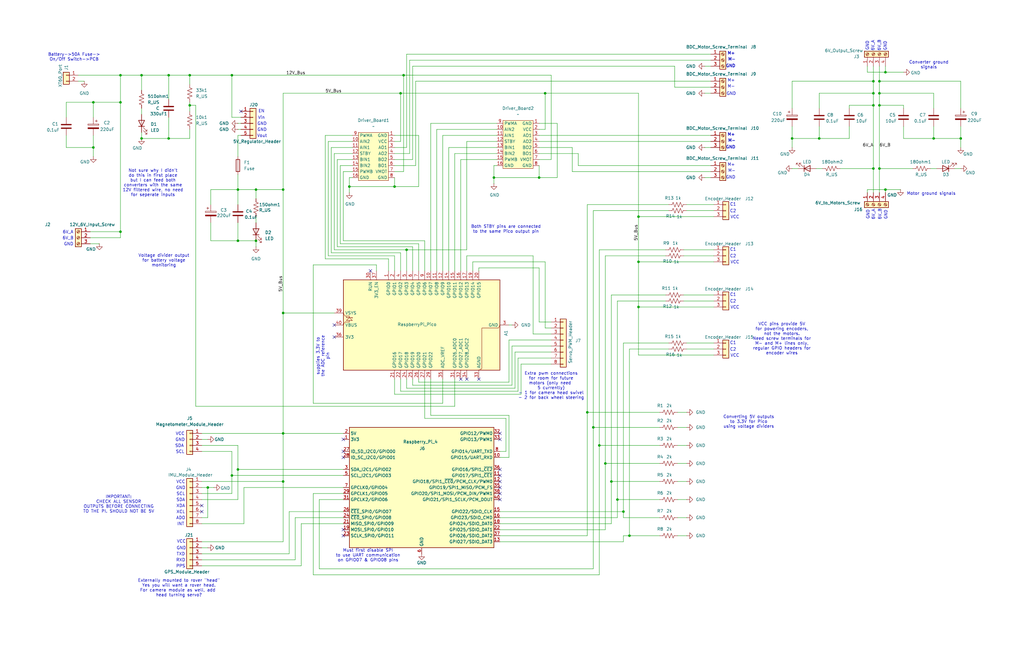
<source format=kicad_sch>
(kicad_sch (version 20250114) (generator "eeschema") (generator_version "9.0")
  (paper "USLedger")
  (text "C1\n" (at 309.118 86.36 0) (effects (font (size 1.27 1.27))))
  (text "GND\n" (at 308.102 27.94 0) (effects (font (size 1.27 1.27))))
  (text "INT" (at 76.2 221.234 0) (effects (font (size 1.27 1.27))))
  (text "Externally mounted to rover \"head\"\nYes you will want a rover head.\nFor camera module as well, add \nhead turning servo?" (at 75.438 248.158 0) (effects (font (size 1.27 1.27))))
  (text "VCC" (at 309.88 129.794 0) (effects (font (size 1.27 1.27))))
  (text "GND\n" (at 308.356 39.624 0) (effects (font (size 1.27 1.27))))
  (text "GND\n" (at 308.102 27.94 0) (effects (font (size 1.27 1.27))))
  (text "M-\n" (at 308.61 59.436 0) (effects (font (size 1.27 1.27))))
  (text "6V_A" (at 28.702 98.044 0) (effects (font (size 1.27 1.27))))
  (text "GND" (at 373.5271 90.6839 90) (effects (font (size 1.27 1.27))))
  (text "Vin" (at 110.236 49.784 0) (effects (font (size 1.27 1.27))))
  (text "Motor ground signals" (at 392.684 81.788 0) (effects (font (size 1.27 1.27))))
  (text "GND\n" (at 308.102 74.93 0) (effects (font (size 1.27 1.27))))
  (text "6V_B" (at 371.005 90.4772 90) (effects (font (size 1.27 1.27))))
  (text "6V_A" (at 368.3 90.551 90) (effects (font (size 1.27 1.27))))
  (text "C1\n" (at 309.118 124.46 0) (effects (font (size 1.27 1.27))))
  (text "SDA" (at 76.2 211.074 0) (effects (font (size 1.27 1.27))))
  (text "6V_A" (at 368.046 19.304 90) (effects (font (size 1.27 1.27))))
  (text "GND\n" (at 308.102 62.23 0) (effects (font (size 1.27 1.27))))
  (text "GND" (at 76.454 231.394 0) (effects (font (size 1.27 1.27))))
  (text "C2\n\n" (at 309.118 90.17 0) (effects (font (size 1.27 1.27))))
  (text "SCL" (at 76.2 208.534 0) (effects (font (size 1.27 1.27))))
  (text "M+" (at 308.356 22.606 0) (effects (font (size 1.27 1.27))))
  (text "Converter ground\nsignals" (at 391.668 27.432 0) (effects (font (size 1.27 1.27))))
  (text "VCC" (at 76.2 203.454 0) (effects (font (size 1.27 1.27))))
  (text "VCC" (at 76.454 228.6 0) (effects (font (size 1.27 1.27))))
  (text "M+" (at 308.356 22.606 0) (effects (font (size 1.27 1.27))))
  (text "supplies 3.3V to\nthe ADC reference\npin" (at 136.144 150.368 90) (effects (font (size 1.27 1.27))))
  (text "TXD" (at 76.2 233.934 0) (effects (font (size 1.27 1.27))))
  (text "C2\n\n" (at 309.118 109.22 0) (effects (font (size 1.27 1.27))))
  (text "VCC" (at 309.88 91.694 0) (effects (font (size 1.27 1.27))))
  (text "Voltage divider output\nfor battery voltage\nmonitoring" (at 69.088 109.982 0) (effects (font (size 1.27 1.27))))
  (text "SDA" (at 75.692 188.214 0) (effects (font (size 1.27 1.27))))
  (text "GND" (at 76.2 205.994 0) (effects (font (size 1.27 1.27))))
  (text "GND" (at 28.956 103.124 0) (effects (font (size 1.27 1.27))))
  (text "M+" (at 308.356 69.596 0) (effects (font (size 1.27 1.27))))
  (text "XCL" (at 76.2 216.154 0) (effects (font (size 1.27 1.27))))
  (text "M+" (at 308.356 56.896 0) (effects (font (size 1.27 1.27))))
  (text "Battery->50A Fuse->\nOn/Off Switch->PCB" (at 31.242 24.13 0) (effects (font (size 1.27 1.27))))
  (text "M-\n" (at 308.61 72.136 0) (effects (font (size 1.27 1.27))))
  (text "GND\n" (at 110.49 52.324 0) (effects (font (size 1.27 1.27))))
  (text "IMPORTANT:\nCHECK ALL SENSOR\nOUTPUTS BEFORE CONNECTING\nTO THE PI. SHOULD NOT BE 5V" (at 50.038 212.852 0) (effects (font (size 1.27 1.27))))
  (text "RXD" (at 76.2 236.474 0) (effects (font (size 1.27 1.27))))
  (text "M-\n" (at 308.61 59.436 0) (effects (font (size 1.27 1.27))))
  (text "GND" (at 110.49 54.864 0) (effects (font (size 1.27 1.27))))
  (text "VCC pins provide 5V\nfor powering encoders,\nnot the motors.\nNeed screw terminals for\nM- and M+ lines only,\nregular GPIO headers for\nencoder wires" (at 329.692 143.002 0) (effects (font (size 1.27 1.27))))
  (text "Vout" (at 110.49 57.404 0) (effects (font (size 1.27 1.27))))
  (text "M-\n" (at 308.61 25.146 0) (effects (font (size 1.27 1.27))))
  (text "GND" (at 75.946 185.674 0) (effects (font (size 1.27 1.27))))
  (text "VCC" (at 75.946 183.134 0) (effects (font (size 1.27 1.27))))
  (text "SCL" (at 75.946 190.754 0) (effects (font (size 1.27 1.27))))
  (text "PPS" (at 76.2 239.014 0) (effects (font (size 1.27 1.27))))
  (text "Both STBY pins are connected\nto the same Pico output pin" (at 213.36 96.774 0) (effects (font (size 1.27 1.27))))
  (text "EN" (at 110.236 46.99 0) (effects (font (size 1.27 1.27))))
  (text "GND\n" (at 308.102 62.23 0) (effects (font (size 1.27 1.27))))
  (text "C1\n" (at 309.118 144.78 0) (effects (font (size 1.27 1.27))))
  (text "C2\n\n" (at 309.118 148.59 0) (effects (font (size 1.27 1.27))))
  (text "Not sure why I didn't\ndo this in first place\nbut I can feed both\nconverters with the same\n12V filtered wire, no need\nfor seperate inputs" (at 64.516 77.216 0) (effects (font (size 1.27 1.27))))
  (text "GND" (at 373.2731 19.4369 90) (effects (font (size 1.27 1.27))))
  (text "6V_B" (at 28.702 100.584 0) (effects (font (size 1.27 1.27))))
  (text "VCC" (at 309.88 150.114 0) (effects (font (size 1.27 1.27))))
  (text "XDA" (at 76.2 213.614 0) (effects (font (size 1.27 1.27))))
  (text "C2\n\n" (at 309.118 128.27 0) (effects (font (size 1.27 1.27))))
  (text "M-\n" (at 308.61 25.146 0) (effects (font (size 1.27 1.27))))
  (text "C1\n" (at 309.118 105.41 0) (effects (font (size 1.27 1.27))))
  (text "M+" (at 308.356 56.896 0) (effects (font (size 1.27 1.27))))
  (text "GND" (at 365.76 19.304 90) (effects (font (size 1.27 1.27))))
  (text "GND" (at 366.014 90.551 90) (effects (font (size 1.27 1.27))))
  (text "Must first disable SPI\nto use UART communication\non GPIO07 & GPIO08 pins" (at 155.194 234.442 0) (effects (font (size 1.27 1.27))))
  (text "M-\n" (at 308.356 36.576 0) (effects (font (size 1.27 1.27))))
  (text "Extra pwm connections\nfor room for future\nmotors (only need \n5 currently)\n- 1 for camera head swivel\n- 2 for back wheel steering" (at 232.41 162.814 0) (effects (font (size 1.27 1.27))))
  (text "6V_B" (at 370.751 19.2302 90) (effects (font (size 1.27 1.27))))
  (text "M+" (at 308.356 34.036 0) (effects (font (size 1.27 1.27))))
  (text "VCC" (at 309.88 110.744 0) (effects (font (size 1.27 1.27))))
  (text "ADO" (at 76.2 218.694 0) (effects (font (size 1.27 1.27))))
  (text "Converting 5V outputs\nto 3.3V for Pico\nusing voltage dividers" (at 315.722 178.054 0) (effects (font (size 1.27 1.27))))
  (junction (at 170.18 31.75))
  (junction (at 269.24 110.49))
  (junction (at 39.37 62.23))
  (junction (at 229.87 39.37))
  (junction (at 405.13 58.42))
  (junction (at 370.84 71.12))
  (junction (at 80.01 44.45))
  (junction (at 345.44 58.42))
  (junction (at 119.38 80.01))
  (junction (at 100.33 101.6))
  (junction (at 107.95 80.01))
  (junction (at 257.81 203.2))
  (junction (at 59.69 31.75))
  (junction (at 97.79 31.75))
  (junction (at 393.7 58.42))
  (junction (at 80.01 31.75))
  (junction (at 227.33 74.93))
  (junction (at 252.73 187.96))
  (junction (at 87.63 205.74))
  (junction (at 269.24 129.54))
  (junction (at 171.45 105.41))
  (junction (at 71.12 58.42))
  (junction (at 59.69 58.42))
  (junction (at 168.91 39.37))
  (junction (at 255.27 195.58))
  (junction (at 260.35 210.82))
  (junction (at 100.33 198.12))
  (junction (at 373.38 30.48))
  (junction (at 368.3 39.37))
  (junction (at 368.3 44.45))
  (junction (at 119.38 132.08))
  (junction (at 370.84 39.37))
  (junction (at 147.32 78.74))
  (junction (at 334.01 58.42))
  (junction (at 50.8 43.18))
  (junction (at 107.95 101.6))
  (junction (at 119.38 203.2))
  (junction (at 368.3 71.12))
  (junction (at 50.8 31.75))
  (junction (at 39.37 43.18))
  (junction (at 250.19 180.34))
  (junction (at 370.84 44.45))
  (junction (at 100.33 80.01))
  (junction (at 208.28 74.93))
  (junction (at 373.38 80.01))
  (junction (at 247.65 173.99))
  (junction (at 262.89 215.9))
  (junction (at 370.84 34.29))
  (junction (at 368.3 34.29))
  (junction (at 71.12 31.75))
  (junction (at 119.38 182.88))
  (junction (at 269.24 91.44))
  (junction (at 97.79 200.66))
  (junction (at 50.8 97.79))
  (junction (at 166.37 78.74))
  (junction (at 265.43 226.06))
  (no_connect (at 85.09 213.36))
  (no_connect (at 144.78 223.52))
  (no_connect (at 210.82 205.74))
  (no_connect (at 201.93 160.02))
  (no_connect (at 156.21 114.3))
  (no_connect (at 210.82 185.42))
  (no_connect (at 194.31 160.02))
  (no_connect (at 85.09 215.9))
  (no_connect (at 144.78 185.42))
  (no_connect (at 210.82 203.2))
  (no_connect (at 140.97 137.16))
  (no_connect (at 144.78 193.04))
  (no_connect (at 210.82 200.66))
  (no_connect (at 140.97 142.24))
  (no_connect (at 144.78 226.06))
  (no_connect (at 210.82 210.82))
  (no_connect (at 144.78 190.5))
  (no_connect (at 196.85 160.02))
  (no_connect (at 210.82 198.12))
  (no_connect (at 210.82 208.28))
  (no_connect (at 101.6 46.99))
  (no_connect (at 210.82 182.88))
  (wire (pts (xy 334.01 71.12) (xy 336.55 71.12)))
  (wire (pts (xy 334.01 45.72) (xy 334.01 34.29)))
  (wire (pts (xy 50.8 31.75) (xy 59.69 31.75)))
  (wire (pts (xy 262.89 218.44) (xy 278.13 218.44)))
  (wire (pts (xy 88.9 93.98) (xy 88.9 101.6)))
  (wire (pts (xy 88.9 101.6) (xy 100.33 101.6)))
  (wire (pts (xy 265.43 147.32) (xy 265.43 226.06)))
  (wire (pts (xy 262.89 144.78) (xy 262.89 215.9)))
  (wire (pts (xy 227.33 113.03) (xy 227.33 135.89)))
  (wire (pts (xy 170.18 72.39) (xy 170.18 31.75)))
  (wire (pts (xy 107.95 83.82) (xy 107.95 80.01)))
  (wire (pts (xy 285.75 187.96) (xy 289.56 187.96)))
  (wire (pts (xy 255.27 223.52) (xy 210.82 223.52)))
  (wire (pts (xy 215.9 146.05) (xy 215.9 162.56)))
  (wire (pts (xy 137.16 57.15) (xy 137.16 109.22)))
  (wire (pts (xy 88.9 80.01) (xy 100.33 80.01)))
  (wire (pts (xy 189.23 114.3) (xy 189.23 62.23)))
  (wire (pts (xy 119.38 39.37) (xy 119.38 80.01)))
  (wire (pts (xy 255.27 107.95) (xy 280.67 107.95)))
  (wire (pts (xy 227.33 52.07) (xy 234.95 52.07)))
  (wire (pts (xy 232.41 148.59) (xy 217.17 148.59)))
  (wire (pts (xy 285.75 226.06) (xy 289.56 226.06)))
  (wire (pts (xy 255.27 195.58) (xy 255.27 223.52)))
  (wire (pts (xy 191.77 160.02) (xy 191.77 171.45)))
  (wire (pts (xy 209.55 54.61) (xy 184.15 54.61)))
  (wire (pts (xy 27.94 62.23) (xy 27.94 57.15)))
  (wire (pts (xy 358.14 44.45) (xy 368.3 44.45)))
  (wire (pts (xy 373.38 80.01) (xy 379.73 80.01)))
  (wire (pts (xy 334.01 53.34) (xy 334.01 58.42)))
  (wire (pts (xy 85.09 231.14) (xy 87.63 231.14)))
  (wire (pts (xy 334.01 34.29) (xy 368.3 34.29)))
  (wire (pts (xy 50.8 100.33) (xy 50.8 97.79)))
  (wire (pts (xy 285.75 218.44) (xy 289.56 218.44)))
  (wire (pts (xy 158.75 111.76) (xy 158.75 114.3)))
  (wire (pts (xy 358.14 58.42) (xy 345.44 58.42)))
  (wire (pts (xy 227.33 62.23) (xy 241.3 62.23)))
  (wire (pts (xy 368.3 27.94) (xy 368.3 34.29)))
  (wire (pts (xy 39.37 43.18) (xy 50.8 43.18)))
  (wire (pts (xy 196.85 114.3) (xy 196.85 107.95)))
  (wire (pts (xy 260.35 210.82) (xy 260.35 218.44)))
  (wire (pts (xy 144.78 72.39) (xy 144.78 101.6)))
  (wire (pts (xy 392.43 71.12) (xy 394.97 71.12)))
  (wire (pts (xy 100.33 73.66) (xy 100.33 80.01)))
  (wire (pts (xy 300.99 127) (xy 288.29 127)))
  (wire (pts (xy 71.12 49.53) (xy 71.12 58.42)))
  (wire (pts (xy 227.33 135.89) (xy 232.41 135.89)))
  (wire (pts (xy 405.13 71.12) (xy 402.59 71.12)))
  (wire (pts (xy 85.09 218.44) (xy 87.63 218.44)))
  (wire (pts (xy 199.39 110.49) (xy 229.87 110.49)))
  (wire (pts (xy 247.65 226.06) (xy 210.82 226.06)))
  (wire (pts (xy 100.33 57.15) (xy 100.33 66.04)))
  (wire (pts (xy 189.23 62.23) (xy 209.55 62.23)))
  (wire (pts (xy 247.65 173.99) (xy 278.13 173.99)))
  (wire (pts (xy 97.79 31.75) (xy 170.18 31.75)))
  (wire (pts (xy 100.33 101.6) (xy 107.95 101.6)))
  (wire (pts (xy 163.83 109.22) (xy 163.83 114.3)))
  (wire (pts (xy 368.3 71.12) (xy 354.33 71.12)))
  (wire (pts (xy 370.84 44.45) (xy 370.84 71.12)))
  (wire (pts (xy 405.13 45.72) (xy 405.13 34.29)))
  (wire (pts (xy 218.44 151.13) (xy 218.44 165.1)))
  (wire (pts (xy 80.01 35.56) (xy 80.01 31.75)))
  (wire (pts (xy 39.37 57.15) (xy 39.37 62.23)))
  (wire (pts (xy 171.45 22.86) (xy 171.45 62.23)))
  (wire (pts (xy 300.99 144.78) (xy 289.56 144.78)))
  (wire (pts (xy 201.93 114.3) (xy 201.93 113.03)))
  (wire (pts (xy 50.8 43.18) (xy 50.8 97.79)))
  (wire (pts (xy 119.38 132.08) (xy 119.38 182.88)))
  (wire (pts (xy 285.75 173.99) (xy 289.56 173.99)))
  (wire (pts (xy 373.38 30.48) (xy 373.38 27.94)))
  (wire (pts (xy 285.75 210.82) (xy 289.56 210.82)))
  (wire (pts (xy 147.32 78.74) (xy 147.32 81.28)))
  (wire (pts (xy 82.55 44.45) (xy 80.01 44.45)))
  (wire (pts (xy 97.79 208.28) (xy 97.79 200.66)))
  (wire (pts (xy 243.84 64.77) (xy 243.84 69.85)))
  (wire (pts (xy 85.09 233.68) (xy 121.92 233.68)))
  (wire (pts (xy 175.26 34.29) (xy 175.26 69.85)))
  (wire (pts (xy 262.89 226.06) (xy 262.89 228.6)))
  (wire (pts (xy 241.3 62.23) (xy 241.3 72.39)))
  (wire (pts (xy 39.37 49.53) (xy 39.37 43.18)))
  (wire (pts (xy 252.73 105.41) (xy 252.73 187.96)))
  (wire (pts (xy 299.72 25.4) (xy 172.72 25.4)))
  (wire (pts (xy 199.39 110.49) (xy 199.39 114.3)))
  (wire (pts (xy 370.84 27.94) (xy 370.84 34.29)))
  (wire (pts (xy 269.24 39.37) (xy 269.24 91.44)))
  (wire (pts (xy 100.33 80.01) (xy 107.95 80.01)))
  (wire (pts (xy 284.48 27.94) (xy 173.99 27.94)))
  (wire (pts (xy 82.55 171.45) (xy 82.55 44.45)))
  (wire (pts (xy 147.32 74.93) (xy 147.32 78.74)))
  (wire (pts (xy 300.99 88.9) (xy 289.56 88.9)))
  (wire (pts (xy 209.55 59.69) (xy 196.85 59.69)))
  (wire (pts (xy 148.59 69.85) (xy 143.51 69.85)))
  (wire (pts (xy 171.45 160.02) (xy 171.45 163.83)))
  (wire (pts (xy 27.94 62.23) (xy 39.37 62.23)))
  (wire (pts (xy 80.01 43.18) (xy 80.01 44.45)))
  (wire (pts (xy 229.87 39.37) (xy 269.24 39.37)))
  (wire (pts (xy 345.44 39.37) (xy 368.3 39.37)))
  (wire (pts (xy 85.09 187.96) (xy 100.33 187.96)))
  (wire (pts (xy 370.84 71.12) (xy 370.84 81.28)))
  (wire (pts (xy 87.63 218.44) (xy 87.63 205.74)))
  (wire (pts (xy 209.55 67.31) (xy 194.31 67.31)))
  (wire (pts (xy 85.09 190.5) (xy 97.79 190.5)))
  (wire (pts (xy 140.97 64.77) (xy 140.97 105.41)))
  (wire (pts (xy 173.99 162.56) (xy 173.99 160.02)))
  (wire (pts (xy 217.17 148.59) (xy 217.17 163.83)))
  (wire (pts (xy 196.85 59.69) (xy 196.85 105.41)))
  (wire (pts (xy 210.82 215.9) (xy 262.89 215.9)))
  (wire (pts (xy 173.99 104.14) (xy 173.99 114.3)))
  (wire (pts (xy 107.95 80.01) (xy 119.38 80.01)))
  (wire (pts (xy 27.94 49.53) (xy 27.94 43.18)))
  (wire (pts (xy 179.07 176.53) (xy 179.07 160.02)))
  (wire (pts (xy 393.7 58.42) (xy 405.13 58.42)))
  (wire (pts (xy 59.69 31.75) (xy 71.12 31.75)))
  (wire (pts (xy 257.81 220.98) (xy 210.82 220.98)))
  (wire (pts (xy 139.7 106.68) (xy 168.91 106.68)))
  (wire (pts (xy 97.79 31.75) (xy 97.79 49.53)))
  (wire (pts (xy 137.16 109.22) (xy 163.83 109.22)))
  (wire (pts (xy 260.35 127) (xy 260.35 210.82)))
  (wire (pts (xy 265.43 226.06) (xy 278.13 226.06)))
  (wire (pts (xy 373.38 80.01) (xy 373.38 81.28)))
  (wire (pts (xy 297.18 62.23) (xy 299.72 62.23)))
  (wire (pts (xy 59.69 58.42) (xy 71.12 58.42)))
  (wire (pts (xy 260.35 218.44) (xy 210.82 218.44)))
  (wire (pts (xy 208.28 69.85) (xy 208.28 74.93)))
  (wire (pts (xy 171.45 62.23) (xy 166.37 62.23)))
  (wire (pts (xy 346.71 71.12) (xy 344.17 71.12)))
  (wire (pts (xy 227.33 67.31) (xy 232.41 67.31)))
  (wire (pts (xy 148.59 67.31) (xy 142.24 67.31)))
  (wire (pts (xy 124.46 218.44) (xy 124.46 236.22)))
  (wire (pts (xy 59.69 31.75) (xy 59.69 38.1)))
  (wire (pts (xy 280.67 124.46) (xy 257.81 124.46)))
  (wire (pts (xy 214.63 143.51) (xy 232.41 143.51)))
  (wire (pts (xy 365.76 30.48) (xy 373.38 30.48)))
  (wire (pts (xy 132.08 111.76) (xy 158.75 111.76)))
  (wire (pts (xy 144.78 101.6) (xy 179.07 101.6)))
  (wire (pts (xy 71.12 31.75) (xy 80.01 31.75)))
  (wire (pts (xy 214.63 143.51) (xy 214.63 161.29)))
  (wire (pts (xy 227.33 54.61) (xy 229.87 54.61)))
  (wire (pts (xy 299.72 36.83) (xy 284.48 36.83)))
  (wire (pts (xy 345.44 58.42) (xy 345.44 53.34)))
  (wire (pts (xy 196.85 105.41) (xy 171.45 105.41)))
  (wire (pts (xy 166.37 59.69) (xy 168.91 59.69)))
  (wire (pts (xy 85.09 203.2) (xy 119.38 203.2)))
  (wire (pts (xy 179.07 101.6) (xy 179.07 114.3)))
  (wire (pts (xy 227.33 64.77) (xy 243.84 64.77)))
  (wire (pts (xy 234.95 74.93) (xy 227.33 74.93)))
  (wire (pts (xy 107.95 104.14) (xy 107.95 101.6)))
  (wire (pts (xy 142.24 104.14) (xy 173.99 104.14)))
  (wire (pts (xy 243.84 69.85) (xy 299.72 69.85)))
  (wire (pts (xy 119.38 203.2) (xy 119.38 228.6)))
  (wire (pts (xy 269.24 110.49) (xy 300.99 110.49)))
  (wire (pts (xy 227.33 59.69) (xy 299.72 59.69)))
  (wire (pts (xy 299.72 34.29) (xy 175.26 34.29)))
  (wire (pts (xy 393.7 39.37) (xy 370.84 39.37)))
  (wire (pts (xy 171.45 105.41) (xy 171.45 114.3)))
  (wire (pts (xy 209.55 69.85) (xy 208.28 69.85)))
  (wire (pts (xy 405.13 34.29) (xy 370.84 34.29)))
  (wire (pts (xy 345.44 45.72) (xy 345.44 39.37)))
  (wire (pts (xy 138.43 107.95) (xy 166.37 107.95)))
  (wire (pts (xy 241.3 72.39) (xy 299.72 72.39)))
  (wire (pts (xy 285.75 203.2) (xy 289.56 203.2)))
  (wire (pts (xy 132.08 242.57) (xy 132.08 208.28)))
  (wire (pts (xy 168.91 39.37) (xy 229.87 39.37)))
  (wire (pts (xy 297.18 74.93) (xy 299.72 74.93)))
  (wire (pts (xy 71.12 31.75) (xy 71.12 41.91)))
  (wire (pts (xy 132.08 208.28) (xy 144.78 208.28)))
  (wire (pts (xy 208.28 74.93) (xy 208.28 77.47)))
  (wire (pts (xy 100.33 52.07) (xy 101.6 52.07)))
  (wire (pts (xy 100.33 198.12) (xy 144.78 198.12)))
  (wire (pts (xy 121.92 233.68) (xy 121.92 215.9)))
  (wire (pts (xy 234.95 52.07) (xy 234.95 74.93)))
  (wire (pts (xy 85.09 182.88) (xy 119.38 182.88)))
  (wire (pts (xy 257.81 203.2) (xy 278.13 203.2)))
  (wire (pts (xy 269.24 129.54) (xy 300.99 129.54)))
  (wire (pts (xy 148.59 64.77) (xy 140.97 64.77)))
  (wire (pts (xy 194.31 67.31) (xy 194.31 114.3)))
  (wire (pts (xy 252.73 187.96) (xy 278.13 187.96)))
  (wire (pts (xy 227.33 74.93) (xy 208.28 74.93)))
  (wire (pts (xy 250.19 180.34) (xy 278.13 180.34)))
  (wire (pts (xy 176.53 57.15) (xy 176.53 78.74)))
  (wire (pts (xy 214.63 193.04) (xy 214.63 175.26)))
  (wire (pts (xy 85.09 210.82) (xy 100.33 210.82)))
  (wire (pts (xy 232.41 67.31) (xy 232.41 31.75)))
  (wire (pts (xy 393.7 58.42) (xy 393.7 53.34)))
  (wire (pts (xy 50.8 31.75) (xy 50.8 43.18)))
  (wire (pts (xy 269.24 149.86) (xy 269.24 129.54)))
  (wire (pts (xy 38.1 97.79) (xy 50.8 97.79)))
  (wire (pts (xy 229.87 138.43) (xy 232.41 138.43)))
  (wire (pts (xy 85.09 208.28) (xy 97.79 208.28)))
  (wire (pts (xy 85.09 238.76) (xy 127 238.76)))
  (wire (pts (xy 80.01 44.45) (xy 80.01 46.99)))
  (wire (pts (xy 134.62 240.03) (xy 134.62 210.82)))
  (wire (pts (xy 119.38 39.37) (xy 168.91 39.37)))
  (wire (pts (xy 100.33 54.61) (xy 101.6 54.61)))
  (wire (pts (xy 168.91 106.68) (xy 168.91 114.3)))
  (wire (pts (xy 381 45.72) (xy 381 44.45)))
  (wire (pts (xy 232.41 146.05) (xy 215.9 146.05)))
  (wire (pts (xy 166.37 160.02) (xy 166.37 166.37)))
  (wire (pts (xy 148.59 59.69) (xy 138.43 59.69)))
  (wire (pts (xy 219.71 153.67) (xy 219.71 166.37)))
  (wire (pts (xy 250.19 180.34) (xy 250.19 240.03)))
  (wire (pts (xy 297.18 39.37) (xy 299.72 39.37)))
  (wire (pts (xy 138.43 59.69) (xy 138.43 107.95)))
  (wire (pts (xy 88.9 80.01) (xy 88.9 86.36)))
  (wire (pts (xy 214.63 161.29) (xy 176.53 161.29)))
  (wire (pts (xy 345.44 58.42) (xy 334.01 58.42)))
  (wire (pts (xy 143.51 102.87) (xy 176.53 102.87)))
  (wire (pts (xy 191.77 171.45) (xy 82.55 171.45)))
  (wire (pts (xy 285.75 195.58) (xy 289.56 195.58)))
  (wire (pts (xy 269.24 129.54) (xy 269.24 110.49)))
  (wire (pts (xy 97.79 31.75) (xy 80.01 31.75)))
  (wire (pts (xy 229.87 110.49) (xy 229.87 138.43)))
  (wire (pts (xy 300.99 149.86) (xy 269.24 149.86)))
  (wire (pts (xy 140.97 132.08) (xy 119.38 132.08)))
  (wire (pts (xy 107.95 91.44) (xy 107.95 93.98)))
  (wire (pts (xy 100.33 210.82) (xy 100.33 198.12)))
  (wire (pts (xy 85.09 228.6) (xy 119.38 228.6)))
  (wire (pts (xy 140.97 105.41) (xy 171.45 105.41)))
  (wire (pts (xy 405.13 53.34) (xy 405.13 58.42)))
  (wire (pts (xy 250.19 88.9) (xy 250.19 180.34)))
  (wire (pts (xy 166.37 74.93) (xy 166.37 78.74)))
  (wire (pts (xy 209.55 64.77) (xy 191.77 64.77)))
  (wire (pts (xy 381 53.34) (xy 381 58.42)))
  (wire (pts (xy 269.24 91.44) (xy 269.24 110.49)))
  (wire (pts (xy 132.08 170.18) (xy 186.69 170.18)))
  (wire (pts (xy 144.78 182.88) (xy 119.38 182.88)))
  (wire (pts (xy 299.72 22.86) (xy 171.45 22.86)))
  (wire (pts (xy 33.02 34.29) (xy 35.56 34.29)))
  (wire (pts (xy 247.65 173.99) (xy 247.65 226.06)))
  (wire (pts (xy 257.81 203.2) (xy 257.81 220.98)))
  (wire (pts (xy 97.79 190.5) (xy 97.79 200.66)))
  (wire (pts (xy 381 44.45) (xy 370.84 44.45)))
  (wire (pts (xy 184.15 54.61) (xy 184.15 114.3)))
  (wire (pts (xy 170.18 31.75) (xy 232.41 31.75)))
  (wire (pts (xy 127 238.76) (xy 127 220.98)))
  (wire (pts (xy 300.99 86.36) (xy 289.56 86.36)))
  (wire (pts (xy 59.69 58.42) (xy 59.69 55.88)))
  (wire (pts (xy 227.33 69.85) (xy 227.33 74.93)))
  (wire (pts (xy 166.37 57.15) (xy 176.53 57.15)))
  (wire (pts (xy 262.89 228.6) (xy 210.82 228.6)))
  (wire (pts (xy 148.59 62.23) (xy 139.7 62.23)))
  (wire (pts (xy 85.09 185.42) (xy 87.63 185.42)))
  (wire (pts (xy 186.69 57.15) (xy 186.69 114.3)))
  (wire (pts (xy 39.37 62.23) (xy 39.37 66.04)))
  (wire (pts (xy 368.3 71.12) (xy 368.3 81.28)))
  (wire (pts (xy 148.59 74.93) (xy 147.32 74.93)))
  (wire (pts (xy 252.73 105.41) (xy 280.67 105.41)))
  (wire (pts (xy 300.99 147.32) (xy 289.56 147.32)))
  (wire (pts (xy 300.99 107.95) (xy 288.29 107.95)))
  (wire (pts (xy 224.79 107.95) (xy 224.79 140.97)))
  (wire (pts (xy 90.17 205.74) (xy 87.63 205.74)))
  (wire (pts (xy 168.91 59.69) (xy 168.91 39.37)))
  (wire (pts (xy 121.92 215.9) (xy 144.78 215.9)))
  (wire (pts (xy 102.87 220.98) (xy 102.87 205.74)))
  (wire (pts (xy 33.02 31.75) (xy 50.8 31.75)))
  (wire (pts (xy 262.89 215.9) (xy 262.89 218.44)))
  (wire (pts (xy 101.6 57.15) (xy 100.33 57.15)))
  (wire (pts (xy 97.79 200.66) (xy 144.78 200.66)))
  (wire (pts (xy 257.81 124.46) (xy 257.81 203.2)))
  (wire (pts (xy 80.01 54.61) (xy 80.01 58.42)))
  (wire (pts (xy 38.1 100.33) (xy 50.8 100.33)))
  (wire (pts (xy 370.84 39.37) (xy 370.84 44.45)))
  (wire (pts (xy 232.41 153.67) (xy 219.71 153.67)))
  (wire (pts (xy 172.72 25.4) (xy 172.72 64.77)))
  (wire (pts (xy 368.3 34.29) (xy 368.3 39.37)))
  (wire (pts (xy 100.33 80.01) (xy 100.33 86.36)))
  (wire (pts (xy 181.61 52.07) (xy 181.61 114.3)))
  (wire (pts (xy 210.82 193.04) (xy 214.63 193.04)))
  (wire (pts (xy 381 30.48) (xy 373.38 30.48)))
  (wire (pts (xy 368.3 44.45) (xy 368.3 71.12)))
  (wire (pts (xy 214.63 175.26) (xy 181.61 175.26)))
  (wire (pts (xy 181.61 175.26) (xy 181.61 160.02)))
  (wire (pts (xy 227.33 57.15) (xy 299.72 57.15)))
  (wire (pts (xy 365.76 27.94) (xy 365.76 30.48)))
  (wire (pts (xy 213.36 176.53) (xy 179.07 176.53)))
  (wire (pts (xy 148.59 72.39) (xy 144.78 72.39)))
  (wire (pts (xy 102.87 220.98) (xy 85.09 220.98)))
  (wire (pts (xy 393.7 45.72) (xy 393.7 39.37)))
  (wire (pts (xy 368.3 39.37) (xy 368.3 44.45)))
  (wire (pts (xy 85.09 236.22) (xy 124.46 236.22)))
  (wire (pts (xy 27.94 43.18) (xy 39.37 43.18)))
  (wire (pts (xy 132.08 170.18) (xy 132.08 111.76)))
  (wire (pts (xy 365.76 80.01) (xy 373.38 80.01)))
  (wire (pts (xy 255.27 195.58) (xy 278.13 195.58)))
  (wire (pts (xy 172.72 64.77) (xy 166.37 64.77)))
  (wire (pts (xy 381 58.42) (xy 393.7 58.42)))
  (wire (pts (xy 148.59 57.15) (xy 137.16 57.15)))
  (wire (pts (xy 166.37 72.39) (xy 170.18 72.39)))
  (wire (pts (xy 284.48 27.94) (xy 284.48 36.83)))
  (wire (pts (xy 176.53 78.74) (xy 166.37 78.74)))
  (wire (pts (xy 173.99 27.94) (xy 173.99 67.31)))
  (wire (pts (xy 166.37 166.37) (xy 219.71 166.37)))
  (wire (pts (xy 119.38 182.88) (xy 119.38 203.2)))
  (wire (pts (xy 255.27 107.95) (xy 255.27 195.58)))
  (wire (pts (xy 370.84 34.29) (xy 370.84 39.37)))
  (wire (pts (xy 250.19 88.9) (xy 281.94 88.9)))
  (wire (pts (xy 80.01 58.42) (xy 71.12 58.42)))
  (wire (pts (xy 100.33 101.6) (xy 100.33 93.98)))
  (wire (pts (xy 227.33 113.03) (xy 201.93 113.03)))
  (wire (pts (xy 168.91 160.02) (xy 168.91 165.1)))
  (wire (pts (xy 166.37 78.74) (xy 147.32 78.74)))
  (wire (pts (xy 365.76 80.01) (xy 365.76 81.28)))
  (wire (pts (xy 176.53 102.87) (xy 176.53 114.3)))
  (wire (pts (xy 224.79 140.97) (xy 232.41 140.97)))
  (wire (pts (xy 210.82 190.5) (xy 213.36 190.5)))
  (wire (pts (xy 252.73 242.57) (xy 132.08 242.57)))
  (wire (pts (xy 300.99 105.41) (xy 288.29 105.41)))
  (wire (pts (xy 215.9 162.56) (xy 173.99 162.56)))
  (wire (pts (xy 265.43 226.06) (xy 262.89 226.06)))
  (wire (pts (xy 250.19 240.03) (xy 134.62 240.03)))
  (wire (pts (xy 209.55 52.07) (xy 181.61 52.07)))
  (wire (pts (xy 142.24 67.31) (xy 142.24 104.14)))
  (wire (pts (xy 300.99 124.46) (xy 288.29 124.46)))
  (wire (pts (xy 143.51 69.85) (xy 143.51 102.87)))
  (wire (pts (xy 119.38 80.01) (xy 119.38 132.08)))
  (wire (pts (xy 300.99 91.44) (xy 269.24 91.44)))
  (wire (pts (xy 370.84 71.12) (xy 384.81 71.12)))
  (wire (pts (xy 59.69 45.72) (xy 59.69 48.26)))
  (wire (pts (xy 87.63 205.74) (xy 85.09 205.74)))
  (wire (pts (xy 139.7 62.23) (xy 139.7 106.68)))
  (wire (pts (xy 166.37 107.95) (xy 166.37 114.3)))
  (wire (pts (xy 191.77 64.77) (xy 191.77 114.3)))
  (wire (pts (xy 186.69 160.02) (xy 186.69 170.18)))
  (wire (pts (xy 168.91 165.1) (xy 218.44 165.1)))
  (wire (pts (xy 196.85 107.95) (xy 224.79 107.95)))
  (wire (pts (xy 38.1 102.87) (xy 41.91 102.87)))
  (wire (pts (xy 281.94 147.32) (xy 265.43 147.32)))
  (wire (pts (xy 260.35 210.82) (xy 278.13 210.82)))
  (wire (pts (xy 173.99 67.31) (xy 166.37 67.31)))
  (wire (pts (xy 101.6 49.53) (xy 97.79 49.53)))
  (wire (pts (xy 229.87 39.37) (xy 229.87 54.61)))
  (wire (pts (xy 252.73 187.96) (xy 252.73 242.57)))
  (wire (pts (xy 247.65 86.36) (xy 247.65 173.99)))
  (wire (pts (xy 285.75 180.34) (xy 289.56 180.34)))
  (wire (pts (xy 176.53 161.29) (xy 176.53 160.02)))
  (wire (pts (xy 100.33 187.96) (xy 100.33 198.12)))
  (wire (pts (xy 134.62 210.82) (xy 144.78 210.82)))
  (wire (pts (xy 175.26 69.85) (xy 166.37 69.85)))
  (wire (pts (xy 232.41 151.13) (xy 218.44 151.13)))
  (wire (pts (xy 213.36 190.5) (xy 213.36 176.53)))
  (wire (pts (xy 144.78 218.44) (xy 124.46 218.44)))
  (wire (pts (xy 297.18 27.94) (xy 299.72 27.94)))
  (wire (pts (xy 209.55 57.15) (xy 186.69 57.15)))
  (wire (pts (xy 281.94 144.78) (xy 262.89 144.78)))
  (wire (pts (xy 405.13 58.42) (xy 405.13 62.23)))
  (wire (pts (xy 358.14 45.72) (xy 358.14 44.45)))
  (wire (pts (xy 247.65 86.36) (xy 281.94 86.36)))
  (wire (pts (xy 102.87 205.74) (xy 144.78 205.74)))
  (wire (pts (xy 358.14 53.34) (xy 358.14 58.42)))
  (wire (pts (xy 171.45 163.83) (xy 217.17 163.83)))
  (wire (pts (xy 280.67 127) (xy 260.35 127)))
  (wire (pts (xy 215.9 137.16) (xy 214.63 137.16)))
  (wire (pts (xy 334.01 58.42) (xy 334.01 62.23)))
  (wire (pts (xy 127 220.98) (xy 144.78 220.98)))
  (label "5V_Bus" (at 269.24 101.6 90))
  (label "6V_A" (at 368.3 62.23 180))
  (label "12V_Bus" (at 120.65 31.75 0))
  (label "6V_B" (at 370.84 62.23 0))
  (label "5V_Bus" (at 137.16 39.37 0))
  (label "5V_Bus" (at 119.38 123.19 90))
  (symbol (lib_id "power:GND") (at 35.56 34.29 0) (unit 1)
    (property "Reference" "#PWR01" (effects (hide yes)))
    (property "Value" "GND" (at 35.56 39.37 0))
    (property "Description" "Power symbol creates a global label with name \"GND\" , ground" (effects (hide yes)))
  )
  (symbol (lib_id "Connector_Generic:Conn_01x04") (at 80.01 185.42 0) (mirror y) (unit 1)
    (property "Reference" "J5" (at 80.01 176.53 0))
    (property "Value" "Magnetometer_Module_Header" (at 80.01 179.07 0))
    (property "Footprint" "Connector_PinHeader_2.54mm:PinHeader_1x04_P2.54mm_Vertical" (effects (hide yes)))
    (property "Description" "Generic connector, single row, 01x04, script generated (kicad-library-utils/schlib/autogen/connector/)" (effects (hide yes)))
  )
  (symbol (lib_id "power:GND") (at 334.01 62.23 0) (unit 1)
    (property "Reference" "#PWR029" (effects (hide yes)))
    (property "Value" "GND" (at 330.962 65.024 0))
    (property "Description" "Power symbol creates a global label with name \"GND\" , ground" (effects (hide yes)))
  )
  (symbol (lib_id "power:GND") (at 289.56 210.82 90) (unit 1)
    (property "Reference" "#PWR019" (effects (hide yes)))
    (property "Value" "GND" (at 293.37 210.8199 90) (effects (justify right)))
    (property "Description" "Power symbol creates a global label with name \"GND\" , ground" (effects (hide yes)))
  )
  (symbol (lib_id "Device:R_US") (at 284.48 127 90) (unit 1)
    (property "Reference" "R12" (at 281.432 129.286 90))
    (property "Value" "1k" (at 285.242 129.54 90))
    (property "Footprint" "Resistor_THT:R_Axial_DIN0207_L6.3mm_D2.5mm_P7.62mm_Horizontal" (effects (hide yes)))
    (property "Description" "Resistor, US symbol" (effects (hide yes)))
  )
  (symbol (lib_id "Device:C_Polarized") (at 88.9 90.17 0) (unit 1)
    (property "Reference" "C3" (at 92.964 88.646 0) (effects (justify left)))
    (property "Value" "220uF" (at 91.44 90.932 0) (effects (justify left)))
    (property "Footprint" "Capacitor_THT:CP_Radial_D6.3mm_P2.50mm" (effects (hide yes)))
    (property "Description" "Polarized capacitor" (effects (hide yes)))
  )
  (symbol (lib_id "Device:LED") (at 59.69 52.07 90) (unit 1)
    (property "Reference" "D1" (at 63.5 52.3874 90) (effects (justify right)))
    (property "Value" "LED" (at 63.5 54.9274 90) (effects (justify right)))
    (property "Footprint" "LED_THT:LED_D3.0mm" (effects (hide yes)))
    (property "Description" "Light emitting diode" (effects (hide yes)))
    (property "Sim.Pins" "1=K 2=A" (effects (hide yes)))
  )
  (symbol (lib_id "power:GND") (at 208.28 77.47 0) (unit 1)
    (property "Reference" "#PWR04" (effects (hide yes)))
    (property "Value" "GND" (at 208.534 82.296 0))
    (property "Description" "Power symbol creates a global label with name \"GND\" , ground" (effects (hide yes)))
  )
  (symbol (lib_id "Device:R_US") (at 107.95 87.63 0) (unit 1)
    (property "Reference" "150ohm1" (at 109.22 86.36 0) (effects (justify left)))
    (property "Value" "R_US" (at 109.22 88.646 0) (effects (justify left)))
    (property "Footprint" "Resistor_THT:R_Axial_DIN0207_L6.3mm_D2.5mm_P7.62mm_Horizontal" (effects (hide yes)))
    (property "Description" "Resistor, US symbol" (effects (hide yes)))
  )
  (symbol (lib_id "power:GND") (at 107.95 104.14 0) (unit 1)
    (property "Reference" "#PWR09" (effects (hide yes)))
    (property "Value" "GND" (at 107.95 109.22 0))
    (property "Description" "Power symbol creates a global label with name \"GND\" , ground" (effects (hide yes)))
  )
  (symbol (lib_id "Device:C") (at 71.12 45.72 0) (unit 1)
    (property "Reference" "330uF1" (at 63.246 48.006 0) (effects (justify left)))
    (property "Value" "C" (at 65.786 45.72 0) (effects (justify left)))
    (property "Footprint" "Capacitor_THT:CP_Radial_D4.0mm_P2.00mm" (effects (hide yes)))
    (property "Description" "Unpolarized capacitor" (effects (hide yes)))
  )
  (symbol (lib_id "Device:R_US") (at 350.52 71.12 270) (mirror x) (unit 1)
    (property "Reference" "180ohm2" (at 346.456 68.326 90) (effects (justify left)))
    (property "Value" "R_US" (at 348.234 73.66 90) (effects (justify left)))
    (property "Footprint" "Resistor_THT:R_Axial_DIN0207_L6.3mm_D2.5mm_P7.62mm_Horizontal" (effects (hide yes)))
    (property "Description" "Resistor, US symbol" (effects (hide yes)))
  )
  (symbol (lib_id "Device:R_US") (at 80.01 50.8 0) (unit 1)
    (property "Reference" "10k1" (at 82.55 49.5299 0) (effects (justify left)))
    (property "Value" "R_US" (at 82.55 52.0699 0) (effects (justify left)))
    (property "Footprint" "Resistor_THT:R_Axial_DIN0207_L6.3mm_D2.5mm_P7.62mm_Horizontal" (effects (hide yes)))
    (property "Description" "Resistor, US symbol" (effects (hide yes)))
  )
  (symbol (lib_id "MCU_Module:RaspberryPi_Pico") (at 179.07 137.16 90) (mirror x) (unit 1)
    (property "Reference" "A1" (at 213.36 139.3033 0) (effects (justify left)))
    (property "Value" "RaspberryPi_Pico" (at 184.15 136.906 90) (effects (justify left)))
    (property "Footprint" "Module:RaspberryPi_Pico_Common_Unspecified" (effects (hide yes)))
    (property "Datasheet" "https://datasheets.raspberrypi.com/pico/pico-datasheet.pdf" (effects (hide yes)))
    (property "Description" "Versatile and inexpensive microcontroller module powered by RP2040 dual-core Arm Cortex-M0+ processor up to 133 MHz, 264kB SRAM, 2MB QSPI flash; also supports Raspberry Pi Pico 2" (effects (hide yes)))
  )
  (symbol (lib_id "Connector:Raspberry_Pi_4") (at 177.8 205.74 0) (mirror y) (unit 1)
    (property "Reference" "J6" (at 178.054 189.23 0))
    (property "Value" "Raspberry_Pi_4" (at 177.292 186.436 0))
    (property "Footprint" "Rover_Project.:SULLINS_PPTC202LFBN-RC" (effects (hide yes)))
    (property "Datasheet" "https://datasheets.raspberrypi.com/rpi4/raspberry-pi-4-datasheet.pdf" (effects (hide yes)))
    (property "Description" "Raspberry Pi 4 Model B" (effects (hide yes)))
  )
  (symbol (lib_id "power:GND") (at 289.56 218.44 90) (unit 1)
    (property "Reference" "#PWR020" (effects (hide yes)))
    (property "Value" "GND" (at 293.37 218.4399 90) (effects (justify right)))
    (property "Description" "Power symbol creates a global label with name \"GND\" , ground" (effects (hide yes)))
  )
  (symbol (lib_id "power:GND") (at 381 30.48 90) (unit 1)
    (property "Reference" "#PWR028" (effects (hide yes)))
    (property "Value" "GND" (at 386.08 30.734 90))
    (property "Description" "Power symbol creates a global label with name \"GND\" , ground" (effects (hide yes)))
  )
  (symbol (lib_id "power:GND") (at 177.8 233.68 0) (unit 1)
    (property "Reference" "#PWR011" (effects (hide yes)))
    (property "Value" "GND" (at 177.8 237.49 0))
    (property "Description" "Power symbol creates a global label with name \"GND\" , ground" (effects (hide yes)))
  )
  (symbol (lib_id "Device:R_US") (at 281.94 195.58 90) (unit 1)
    (property "Reference" "R4" (at 278.384 192.786 90))
    (property "Value" "2k" (at 282.194 192.786 90))
    (property "Footprint" "Resistor_THT:R_Axial_DIN0207_L6.3mm_D2.5mm_P7.62mm_Horizontal" (effects (hide yes)))
    (property "Description" "Resistor, US symbol" (effects (hide yes)))
  )
  (symbol (lib_id "Device:R_US") (at 285.75 86.36 90) (unit 1)
    (property "Reference" "R13" (at 282.194 83.566 90))
    (property "Value" "1k" (at 286.004 83.566 90))
    (property "Footprint" "Resistor_THT:R_Axial_DIN0207_L6.3mm_D2.5mm_P7.62mm_Horizontal" (effects (hide yes)))
    (property "Description" "Resistor, US symbol" (effects (hide yes)))
  )
  (symbol (lib_id "power:GND") (at 39.37 66.04 0) (mirror y) (unit 1)
    (property "Reference" "#PWR02" (effects (hide yes)))
    (property "Value" "GND" (at 35.814 68.326 0))
    (property "Description" "Power symbol creates a global label with name \"GND\" , ground" (effects (hide yes)))
  )
  (symbol (lib_id "power:GND") (at 379.73 80.01 0) (mirror y) (unit 1)
    (property "Reference" "#PWR027" (effects (hide yes)))
    (property "Value" "GND" (at 376.174 82.296 0))
    (property "Description" "Power symbol creates a global label with name \"GND\" , ground" (effects (hide yes)))
  )
  (symbol (lib_id "Connector_Generic:Conn_01x08") (at 237.49 143.51 0) (unit 1)
    (property "Reference" "J7" (at 242.57 143.764 0) (effects (justify left)))
    (property "Value" "Servo_PWM_Header" (at 240.538 153.416 90) (effects (justify left)))
    (property "Footprint" "Connector_PinHeader_2.54mm:PinHeader_1x08_P2.54mm_Vertical" (effects (hide yes)))
    (property "Description" "Generic connector, single row, 01x08, script generated (kicad-library-utils/schlib/autogen/connector/)" (effects (hide yes)))
  )
  (symbol (lib_id "Device:LED") (at 398.78 71.12 180) (unit 1)
    (property "Reference" "D3" (at 397.51 73.66 0) (effects (justify right)))
    (property "Value" "LED" (at 397.002 68.326 0) (effects (justify right)))
    (property "Footprint" "LED_THT:LED_D3.0mm" (effects (hide yes)))
    (property "Description" "Light emitting diode" (effects (hide yes)))
    (property "Sim.Pins" "1=K 2=A" (effects (hide yes)))
  )
  (symbol (lib_id "Device:C_Polarized") (at 334.01 49.53 0) (unit 1)
    (property "Reference" "C10" (at 329.692 48.006 0) (effects (justify right)))
    (property "Value" "220uF" (at 331.216 50.8 0) (effects (justify right)))
    (property "Footprint" "Capacitor_THT:CP_Radial_D6.3mm_P2.50mm" (effects (hide yes)))
    (property "Description" "Polarized capacitor" (effects (hide yes)))
  )
  (symbol (lib_name "Screw_Terminal_01x03_1") (lib_id "Connector:Screw_Terminal_01x03") (at 304.8 36.83 0) (unit 1)
    (property "Reference" "J9" (at 316.484 31.242 0) (effects (justify left)))
    (property "Value" "BDC_Motor_Screw_Terminal" (at 289.306 31.242 0) (effects (justify left)))
    (property "Footprint" "Rover_Project.:01x03_Screw_Terminal" (effects (hide yes)))
    (property "Description" "Generic screw terminal, single row, 01x03, script generated (kicad-library-utils/schlib/autogen/connector/)" (effects (hide yes)))
  )
  (symbol (lib_id "Connector:Screw_Terminal_01x04") (at 368.3 86.36 90) (mirror x) (unit 1)
    (property "Reference" "J16" (at 361.95 88.392 90))
    (property "Value" "6V_to_Motors_Screw" (at 353.314 85.598 90))
    (property "Footprint" "Rover_Project.:01x04_Screw_Terminal" (effects (hide yes)))
    (property "Description" "Generic screw terminal, single row, 01x04, script generated (kicad-library-utils/schlib/autogen/connector/)" (effects (hide yes)))
  )
  (symbol (lib_id "Device:R_US") (at 281.94 226.06 90) (unit 1)
    (property "Reference" "R8" (at 278.384 223.266 90))
    (property "Value" "2k" (at 282.194 223.266 90))
    (property "Footprint" "Resistor_THT:R_Axial_DIN0207_L6.3mm_D2.5mm_P7.62mm_Horizontal" (effects (hide yes)))
    (property "Description" "Resistor, US symbol" (effects (hide yes)))
  )
  (symbol (lib_id "Device:C") (at 345.44 49.53 0) (unit 1)
    (property "Reference" "C8" (at 348.742 48.514 0) (effects (justify left)))
    (property "Value" "0.1uF" (at 348.234 51.054 0) (effects (justify left)))
    (property "Footprint" "Capacitor_THT:CP_Radial_D4.0mm_P2.00mm" (effects (hide yes)))
    (property "Description" "Unpolarized capacitor" (effects (hide yes)))
  )
  (symbol (lib_id "power:GND") (at 147.32 81.28 0) (unit 1)
    (property "Reference" "#PWR010" (effects (hide yes)))
    (property "Value" "GND" (at 147.574 86.106 0))
    (property "Description" "Power symbol creates a global label with name \"GND\" , ground" (effects (hide yes)))
  )
  (symbol (lib_id "Connector:Screw_Terminal_01x04") (at 368.3 22.86 90) (unit 1)
    (property "Reference" "J3" (at 361.188 23.876 90))
    (property "Value" "6V_Output_Screw" (at 355.854 21.336 90))
    (property "Footprint" "Rover_Project.:01x04_Screw_Terminal" (effects (hide yes)))
    (property "Description" "Generic screw terminal, single row, 01x04, script generated (kicad-library-utils/schlib/autogen/connector/)" (effects (hide yes)))
  )
  (symbol (lib_id "Device:C") (at 358.14 49.53 0) (unit 1)
    (property "Reference" "C6" (at 361.442 48.514 0) (effects (justify left)))
    (property "Value" "10uF" (at 360.934 51.054 0) (effects (justify left)))
    (property "Footprint" "Capacitor_THT:CP_Radial_D4.0mm_P2.00mm" (effects (hide yes)))
    (property "Description" "Unpolarized capacitor" (effects (hide yes)))
  )
  (symbol (lib_id "power:GND") (at 100.33 54.61 270) (unit 1)
    (property "Reference" "#PWR034" (effects (hide yes)))
    (property "Value" "GND" (at 96.52 54.6099 90) (effects (justify right)))
    (property "Description" "Power symbol creates a global label with name \"GND\" , ground" (effects (hide yes)))
  )
  (symbol (lib_name "Conn_01x03_1") (lib_id "Connector_Generic:Conn_01x03") (at 306.07 127 0) (unit 1)
    (property "Reference" "J14" (at 314.198 121.92 0) (effects (justify left)))
    (property "Value" "Encoder_Header" (at 297.18 121.92 0) (effects (justify left)))
    (property "Footprint" "Connector_PinHeader_2.54mm:PinHeader_1x03_P2.54mm_Vertical" (effects (hide yes)))
    (property "Description" "Generic connector, single row, 01x03, script generated (kicad-library-utils/schlib/autogen/connector/)" (effects (hide yes)))
  )
  (symbol (lib_id "Device:Fuse") (at 100.33 69.85 180) (unit 1)
    (property "Reference" "F1" (at 102.87 68.5799 0) (effects (justify right)))
    (property "Value" "Fuse" (at 102.87 71.1199 0) (effects (justify right)))
    (property "Footprint" "Rover_Project.:Fuse_TH_5A" (effects (hide yes)))
    (property "Description" "Fuse" (effects (hide yes)))
  )
  (symbol (lib_id "power:GND") (at 289.56 226.06 90) (unit 1)
    (property "Reference" "#PWR021" (effects (hide yes)))
    (property "Value" "GND" (at 293.37 226.0599 90) (effects (justify right)))
    (property "Description" "Power symbol creates a global label with name \"GND\" , ground" (effects (hide yes)))
  )
  (symbol (lib_id "power:GND") (at 405.13 62.23 0) (mirror y) (unit 1)
    (property "Reference" "#PWR030" (effects (hide yes)))
    (property "Value" "GND" (at 408.178 65.024 0))
    (property "Description" "Power symbol creates a global label with name \"GND\" , ground" (effects (hide yes)))
  )
  (symbol (lib_id "Device:C_Polarized") (at 39.37 53.34 0) (mirror y) (unit 1)
    (property "Reference" "C2" (at 43.688 51.816 0) (effects (justify right)))
    (property "Value" "220uF" (at 42.164 54.61 0) (effects (justify right)))
    (property "Footprint" "Capacitor_THT:CP_Radial_D6.3mm_P2.50mm" (effects (hide yes)))
    (property "Description" "Polarized capacitor" (effects (hide yes)))
  )
  (symbol (lib_id "Device:R_US") (at 285.75 144.78 90) (unit 1)
    (property "Reference" "R15" (at 282.194 141.986 90))
    (property "Value" "1k" (at 286.004 141.986 90))
    (property "Footprint" "Resistor_THT:R_Axial_DIN0207_L6.3mm_D2.5mm_P7.62mm_Horizontal" (effects (hide yes)))
    (property "Description" "Resistor, US symbol" (effects (hide yes)))
  )
  (symbol (lib_name "Screw_Terminal_01x03_1") (lib_id "Connector:Screw_Terminal_01x03") (at 304.8 25.4 0) (unit 1)
    (property "Reference" "J8" (at 316.484 19.812 0) (effects (justify left)))
    (property "Value" "BDC_Motor_Screw_Terminal" (at 289.306 19.812 0) (effects (justify left)))
    (property "Footprint" "Rover_Project.:01x03_Screw_Terminal" (effects (hide yes)))
    (property "Description" "Generic screw terminal, single row, 01x03, script generated (kicad-library-utils/schlib/autogen/connector/)" (effects (hide yes)))
  )
  (symbol (lib_id "Device:R_US") (at 281.94 203.2 90) (unit 1)
    (property "Reference" "R5" (at 278.384 200.406 90))
    (property "Value" "2k" (at 282.194 200.406 90))
    (property "Footprint" "Resistor_THT:R_Axial_DIN0207_L6.3mm_D2.5mm_P7.62mm_Horizontal" (effects (hide yes)))
    (property "Description" "Resistor, US symbol" (effects (hide yes)))
  )
  (symbol (lib_id "Device:C_Polarized") (at 405.13 49.53 0) (mirror y) (unit 1)
    (property "Reference" "C9" (at 409.448 48.006 0) (effects (justify right)))
    (property "Value" "220uF" (at 407.924 50.8 0) (effects (justify right)))
    (property "Footprint" "Capacitor_THT:CP_Radial_D6.3mm_P2.50mm" (effects (hide yes)))
    (property "Description" "Polarized capacitor" (effects (hide yes)))
  )
  (symbol (lib_id "Device:R_US") (at 388.62 71.12 90) (unit 1)
    (property "Reference" "180ohm1" (at 392.684 68.326 90) (effects (justify left)))
    (property "Value" "R_US" (at 390.906 73.66 90) (effects (justify left)))
    (property "Footprint" "Resistor_THT:R_Axial_DIN0207_L6.3mm_D2.5mm_P7.62mm_Horizontal" (effects (hide yes)))
    (property "Description" "Resistor, US symbol" (effects (hide yes)))
  )
  (symbol (lib_id "power:GND") (at 297.18 74.93 270) (unit 1)
    (property "Reference" "#PWR025" (effects (hide yes)))
    (property "Value" "GND" (at 293.37 74.9299 90) (effects (justify right)))
    (property "Description" "Power symbol creates a global label with name \"GND\" , ground" (effects (hide yes)))
  )
  (symbol (lib_id "Device:R_US") (at 281.94 187.96 90) (unit 1)
    (property "Reference" "R3" (at 278.384 185.166 90))
    (property "Value" "2k" (at 282.194 185.166 90))
    (property "Footprint" "Resistor_THT:R_Axial_DIN0207_L6.3mm_D2.5mm_P7.62mm_Horizontal" (effects (hide yes)))
    (property "Description" "Resistor, US symbol" (effects (hide yes)))
  )
  (symbol (lib_name "Screw_Terminal_01x03_1") (lib_id "Connector:Screw_Terminal_01x03") (at 304.8 72.39 0) (unit 1)
    (property "Reference" "J11" (at 316.484 66.802 0) (effects (justify left)))
    (property "Value" "BDC_Motor_Screw_Terminal" (at 289.306 66.802 0) (effects (justify left)))
    (property "Footprint" "Rover_Project.:01x03_Screw_Terminal" (effects (hide yes)))
    (property "Description" "Generic screw terminal, single row, 01x03, script generated (kicad-library-utils/schlib/autogen/connector/)" (effects (hide yes)))
  )
  (symbol (lib_name "Screw_Terminal_01x03_1") (lib_id "Connector:Screw_Terminal_01x03") (at 304.8 59.69 0) (unit 1)
    (property "Reference" "J10" (at 316.484 54.102 0) (effects (justify left)))
    (property "Value" "BDC_Motor_Screw_Terminal" (at 289.306 54.102 0) (effects (justify left)))
    (property "Footprint" "Rover_Project.:01x03_Screw_Terminal" (effects (hide yes)))
    (property "Description" "Generic screw terminal, single row, 01x03, script generated (kicad-library-utils/schlib/autogen/connector/)" (effects (hide yes)))
  )
  (symbol (lib_id "Connector_Generic:Conn_01x08") (at 80.01 210.82 0) (mirror y) (unit 1)
    (property "Reference" "J4" (at 79.502 198.12 0))
    (property "Value" "IMU_Module_Header" (at 80.264 200.406 0))
    (property "Footprint" "Connector_PinHeader_2.54mm:PinHeader_1x08_P2.54mm_Vertical" (effects (hide yes)))
    (property "Description" "Generic connector, single row, 01x08, script generated (kicad-library-utils/schlib/autogen/connector/)" (effects (hide yes)))
  )
  (symbol (lib_id "power:GND") (at 297.18 39.37 270) (unit 1)
    (property "Reference" "#PWR023" (effects (hide yes)))
    (property "Value" "GND" (at 293.37 39.3699 90) (effects (justify right)))
    (property "Description" "Power symbol creates a global label with name \"GND\" , ground" (effects (hide yes)))
  )
  (symbol (lib_name "Dual_Channel_Motor_Driver_1") (lib_id "Rover_Project:Dual_Channel_Motor_Driver") (at 218.44 59.69 0) (mirror y) (unit 1)
    (property "Reference" "Driver_Board2" (at 218.44 45.72 0))
    (property "Value" "~" (at 218.44 48.26 0))
    (property "Footprint" "Rover_Project.:Motor Driver Board" (effects (hide yes)))
  )
  (symbol (lib_name "Screw_Terminal_01x03_1") (lib_id "Connector:Screw_Terminal_01x03") (at 33.02 100.33 0) (mirror y) (unit 1)
    (property "Reference" "J2" (at 21.336 94.742 0) (effects (justify left)))
    (property "Value" "12V_6V_Input_Screw" (at 48.514 94.742 0) (effects (justify left)))
    (property "Footprint" "Rover_Project.:01x03_Screw_Terminal" (effects (hide yes)))
    (property "Description" "Generic screw terminal, single row, 01x03, script generated (kicad-library-utils/schlib/autogen/connector/)" (effects (hide yes)))
  )
  (symbol (lib_id "Device:R_US") (at 281.94 210.82 90) (unit 1)
    (property "Reference" "R6" (at 278.384 208.026 90))
    (property "Value" "2k" (at 282.194 208.026 90))
    (property "Footprint" "Resistor_THT:R_Axial_DIN0207_L6.3mm_D2.5mm_P7.62mm_Horizontal" (effects (hide yes)))
    (property "Description" "Resistor, US symbol" (effects (hide yes)))
  )
  (symbol (lib_name "GND_2") (lib_id "power:GND") (at 87.63 185.42 90) (unit 1)
    (property "Reference" "#PWR035" (effects (hide yes)))
    (property "Value" "GND" (at 90.424 185.42 90) (effects (justify right)))
    (property "Description" "Power symbol creates a global label with name \"GND\" , ground" (effects (hide yes)))
  )
  (symbol (lib_id "power:GND") (at 87.63 231.14 90) (unit 1)
    (property "Reference" "#PWR07" (effects (hide yes)))
    (property "Value" "GND" (at 90.678 231.14 90) (effects (justify right)))
    (property "Description" "Power symbol creates a global label with name \"GND\" , ground" (effects (hide yes)))
  )
  (symbol (lib_id "Device:C") (at 27.94 53.34 0) (mirror y) (unit 1)
    (property "Reference" "C1" (at 24.638 52.324 0) (effects (justify left)))
    (property "Value" "0.1uF" (at 25.146 54.864 0) (effects (justify left)))
    (property "Footprint" "Capacitor_THT:CP_Radial_D4.0mm_P2.00mm" (effects (hide yes)))
    (property "Description" "Unpolarized capacitor" (effects (hide yes)))
  )
  (symbol (lib_id "Device:R_US") (at 59.69 41.91 0) (unit 1)
    (property "Reference" "510ohm1" (at 62.23 40.6399 0) (effects (justify left)))
    (property "Value" "R_US" (at 62.23 43.1799 0) (effects (justify left)))
    (property "Footprint" "Resistor_THT:R_Axial_DIN0207_L6.3mm_D2.5mm_P7.62mm_Horizontal" (effects (hide yes)))
    (property "Description" "Resistor, US symbol" (effects (hide yes)))
  )
  (symbol (lib_id "power:GND") (at 289.56 173.99 90) (unit 1)
    (property "Reference" "#PWR014" (effects (hide yes)))
    (property "Value" "GND" (at 293.37 173.9899 90) (effects (justify right)))
    (property "Description" "Power symbol creates a global label with name \"GND\" , ground" (effects (hide yes)))
  )
  (symbol (lib_name "GND_2") (lib_id "power:GND") (at 90.17 205.74 90) (unit 1)
    (property "Reference" "#PWR06" (effects (hide yes)))
    (property "Value" "GND" (at 92.964 205.994 90) (effects (justify right)))
    (property "Description" "Power symbol creates a global label with name \"GND\" , ground" (effects (hide yes)))
  )
  (symbol (lib_id "Device:R_US") (at 284.48 124.46 90) (unit 1)
    (property "Reference" "R11" (at 280.924 121.666 90))
    (property "Value" "1k" (at 284.734 121.666 90))
    (property "Footprint" "Resistor_THT:R_Axial_DIN0207_L6.3mm_D2.5mm_P7.62mm_Horizontal" (effects (hide yes)))
    (property "Description" "Resistor, US symbol" (effects (hide yes)))
  )
  (symbol (lib_id "power:GND") (at 289.56 195.58 90) (unit 1)
    (property "Reference" "#PWR017" (effects (hide yes)))
    (property "Value" "GND" (at 293.37 195.5799 90) (effects (justify right)))
    (property "Description" "Power symbol creates a global label with name \"GND\" , ground" (effects (hide yes)))
  )
  (symbol (lib_id "Device:R_US") (at 281.94 218.44 90) (unit 1)
    (property "Reference" "R7" (at 278.384 215.646 90))
    (property "Value" "2k" (at 282.194 215.646 90))
    (property "Footprint" "Resistor_THT:R_Axial_DIN0207_L6.3mm_D2.5mm_P7.62mm_Horizontal" (effects (hide yes)))
    (property "Description" "Resistor, US symbol" (effects (hide yes)))
  )
  (symbol (lib_id "Device:R_US") (at 285.75 147.32 90) (unit 1)
    (property "Reference" "R16" (at 282.702 149.606 90))
    (property "Value" "1k" (at 286.512 149.86 90))
    (property "Footprint" "Resistor_THT:R_Axial_DIN0207_L6.3mm_D2.5mm_P7.62mm_Horizontal" (effects (hide yes)))
    (property "Description" "Resistor, US symbol" (effects (hide yes)))
  )
  (symbol (lib_id "Device:R_US") (at 80.01 39.37 180) (unit 1)
    (property "Reference" "33k1" (at 82.55 38.0999 0) (effects (justify right)))
    (property "Value" "R_US" (at 82.55 40.6399 0) (effects (justify right)))
    (property "Footprint" "Resistor_THT:R_Axial_DIN0207_L6.3mm_D2.5mm_P7.62mm_Horizontal" (effects (hide yes)))
    (property "Description" "Resistor, US symbol" (effects (hide yes)))
  )
  (symbol (lib_id "Device:R_US") (at 285.75 88.9 90) (unit 1)
    (property "Reference" "R14" (at 282.702 91.186 90))
    (property "Value" "1k" (at 286.512 91.44 90))
    (property "Footprint" "Resistor_THT:R_Axial_DIN0207_L6.3mm_D2.5mm_P7.62mm_Horizontal" (effects (hide yes)))
    (property "Description" "Resistor, US symbol" (effects (hide yes)))
  )
  (symbol (lib_id "power:GND") (at 405.13 71.12 90) (unit 1)
    (property "Reference" "#PWR031" (effects (hide yes)))
    (property "Value" "GND" (at 409.194 72.898 90))
    (property "Description" "Power symbol creates a global label with name \"GND\" , ground" (effects (hide yes)))
  )
  (symbol (lib_id "power:GND") (at 289.56 203.2 90) (unit 1)
    (property "Reference" "#PWR018" (effects (hide yes)))
    (property "Value" "GND" (at 293.37 203.1999 90) (effects (justify right)))
    (property "Description" "Power symbol creates a global label with name \"GND\" , ground" (effects (hide yes)))
  )
  (symbol (lib_id "Device:C") (at 100.33 90.17 0) (unit 1)
    (property "Reference" "C4" (at 103.632 89.154 0) (effects (justify left)))
    (property "Value" "0.1uF" (at 103.124 91.694 0) (effects (justify left)))
    (property "Footprint" "Capacitor_THT:CP_Radial_D4.0mm_P2.00mm" (effects (hide yes)))
    (property "Description" "Unpolarized capacitor" (effects (hide yes)))
  )
  (symbol (lib_id "power:GND") (at 41.91 102.87 0) (mirror y) (unit 1)
    (property "Reference" "#PWR03" (effects (hide yes)))
    (property "Value" "GND" (at 38.354 105.156 0))
    (property "Description" "Power symbol creates a global label with name \"GND\" , ground" (effects (hide yes)))
  )
  (symbol (lib_name "Conn_01x02_5") (lib_id "Connector_Generic:Conn_01x02") (at 27.94 31.75 0) (mirror y) (unit 1)
    (property "Reference" "J1" (at 27.94 29.718 90) (effects (justify left)))
    (property "Value" "XT60_Port" (at 25.4 36.83 90) (effects (justify left)))
    (property "Footprint" "Connector_AMASS:AMASS_XT60-F_1x02_P7.20mm_Vertical" (effects (hide yes)))
    (property "Description" "Generic connector, single row, 01x02, script generated (kicad-library-utils/schlib/autogen/connector/)" (effects (hide yes)))
  )
  (symbol (lib_id "power:GND") (at 59.69 58.42 0) (unit 1)
    (property "Reference" "#PWR05" (effects (hide yes)))
    (property "Value" "GND" (at 57.912 62.484 0))
    (property "Description" "Power symbol creates a global label with name \"GND\" , ground" (effects (hide yes)))
  )
  (symbol (lib_name "Conn_01x05_3") (lib_id "Connector_Generic:Conn_01x05") (at 80.01 233.68 0) (mirror y) (unit 1)
    (property "Reference" "J21" (at 81.534 225.806 0) (effects (justify left)))
    (property "Value" "GPS_Module_Header" (at 88.392 241.3 0) (effects (justify left)))
    (property "Footprint" "Connector_PinHeader_2.54mm:PinHeader_1x05_P2.54mm_Vertical" (effects (hide yes)))
    (property "Description" "Generic connector, single row, 01x05, script generated (kicad-library-utils/schlib/autogen/connector/)" (effects (hide yes)))
  )
  (symbol (lib_id "power:GND") (at 289.56 180.34 90) (unit 1)
    (property "Reference" "#PWR015" (effects (hide yes)))
    (property "Value" "GND" (at 293.37 180.3399 90) (effects (justify right)))
    (property "Description" "Power symbol creates a global label with name \"GND\" , ground" (effects (hide yes)))
  )
  (symbol (lib_name "Conn_01x05_2") (lib_id "Connector_Generic:Conn_01x05") (at 106.68 52.07 0) (unit 1)
    (property "Reference" "J20" (at 105.156 44.196 0) (effects (justify left)))
    (property "Value" "5V_Regulator_Header" (at 98.298 59.69 0) (effects (justify left)))
    (property "Footprint" "Connector_PinHeader_2.54mm:PinHeader_1x05_P2.54mm_Vertical" (effects (hide yes)))
    (property "Description" "Generic connector, single row, 01x05, script generated (kicad-library-utils/schlib/autogen/connector/)" (effects (hide yes)))
  )
  (symbol (lib_id "Device:R_US") (at 281.94 173.99 90) (unit 1)
    (property "Reference" "R1" (at 278.384 171.196 90))
    (property "Value" "2k" (at 282.194 171.196 90))
    (property "Footprint" "Resistor_THT:R_Axial_DIN0207_L6.3mm_D2.5mm_P7.62mm_Horizontal" (effects (hide yes)))
    (property "Description" "Resistor, US symbol" (effects (hide yes)))
  )
  (symbol (lib_id "power:GND") (at 100.33 52.07 270) (unit 1)
    (property "Reference" "#PWR08" (effects (hide yes)))
    (property "Value" "GND" (at 96.52 52.0699 90) (effects (justify right)))
    (property "Description" "Power symbol creates a global label with name \"GND\" , ground" (effects (hide yes)))
  )
  (symbol (lib_id "Device:LED") (at 107.95 97.79 90) (unit 1)
    (property "Reference" "D2" (at 111.76 98.1074 90) (effects (justify right)))
    (property "Value" "LED" (at 111.76 100.6474 90) (effects (justify right)))
    (property "Footprint" "LED_THT:LED_D3.0mm" (effects (hide yes)))
    (property "Description" "Light emitting diode" (effects (hide yes)))
    (property "Sim.Pins" "1=K 2=A" (effects (hide yes)))
  )
  (symbol (lib_id "Device:R_US") (at 284.48 105.41 90) (unit 1)
    (property "Reference" "R9" (at 280.924 102.616 90))
    (property "Value" "1k" (at 284.734 102.616 90))
    (property "Footprint" "Resistor_THT:R_Axial_DIN0207_L6.3mm_D2.5mm_P7.62mm_Horizontal" (effects (hide yes)))
    (property "Description" "Resistor, US symbol" (effects (hide yes)))
  )
  (symbol (lib_id "power:GND") (at 289.56 187.96 90) (unit 1)
    (property "Reference" "#PWR016" (effects (hide yes)))
    (property "Value" "GND" (at 293.37 187.9599 90) (effects (justify right)))
    (property "Description" "Power symbol creates a global label with name \"GND\" , ground" (effects (hide yes)))
  )
  (symbol (lib_id "power:GND") (at 297.18 27.94 270) (unit 1)
    (property "Reference" "#PWR022" (effects (hide yes)))
    (property "Value" "GND" (at 293.37 27.9399 90) (effects (justify right)))
    (property "Description" "Power symbol creates a global label with name \"GND\" , ground" (effects (hide yes)))
  )
  (symbol (lib_name "Conn_01x03_1") (lib_id "Connector_Generic:Conn_01x03") (at 306.07 88.9 0) (unit 1)
    (property "Reference" "J12" (at 314.198 83.82 0) (effects (justify left)))
    (property "Value" "Encoder_Header" (at 297.18 83.82 0) (effects (justify left)))
    (property "Footprint" "Connector_PinHeader_2.54mm:PinHeader_1x03_P2.54mm_Vertical" (effects (hide yes)))
    (property "Description" "Generic connector, single row, 01x03, script generated (kicad-library-utils/schlib/autogen/connector/)" (effects (hide yes)))
  )
  (symbol (lib_name "Conn_01x03_1") (lib_id "Connector_Generic:Conn_01x03") (at 306.07 107.95 0) (unit 1)
    (property "Reference" "J13" (at 314.198 102.87 0) (effects (justify left)))
    (property "Value" "Encoder_Header" (at 297.18 102.87 0) (effects (justify left)))
    (property "Footprint" "Connector_PinHeader_2.54mm:PinHeader_1x03_P2.54mm_Vertical" (effects (hide yes)))
    (property "Description" "Generic connector, single row, 01x03, script generated (kicad-library-utils/schlib/autogen/connector/)" (effects (hide yes)))
  )
  (symbol (lib_id "Device:R_US") (at 281.94 180.34 90) (unit 1)
    (property "Reference" "R2" (at 278.384 177.546 90))
    (property "Value" "2k" (at 282.194 177.546 90))
    (property "Footprint" "Resistor_THT:R_Axial_DIN0207_L6.3mm_D2.5mm_P7.62mm_Horizontal" (effects (hide yes)))
    (property "Description" "Resistor, US symbol" (effects (hide yes)))
  )
  (symbol (lib_name "Conn_01x03_1") (lib_id "Connector_Generic:Conn_01x03") (at 306.07 147.32 0) (unit 1)
    (property "Reference" "J15" (at 314.198 142.24 0) (effects (justify left)))
    (property "Value" "Encoder_Header" (at 297.18 142.24 0) (effects (justify left)))
    (property "Footprint" "Connector_PinHeader_2.54mm:PinHeader_1x03_P2.54mm_Vertical" (effects (hide yes)))
    (property "Description" "Generic connector, single row, 01x03, script generated (kicad-library-utils/schlib/autogen/connector/)" (effects (hide yes)))
  )
  (symbol (lib_id "Device:LED") (at 340.36 71.12 0) (mirror x) (unit 1)
    (property "Reference" "D4" (at 341.63 73.66 0) (effects (justify right)))
    (property "Value" "LED" (at 342.138 68.326 0) (effects (justify right)))
    (property "Footprint" "LED_THT:LED_D3.0mm" (effects (hide yes)))
    (property "Description" "Light emitting diode" (effects (hide yes)))
    (property "Sim.Pins" "1=K 2=A" (effects (hide yes)))
  )
  (symbol (lib_id "Rover_Project:Dual_Channel_Motor_Driver") (at 157.48 64.77 0) (mirror y) (unit 1)
    (property "Reference" "Driver_Board1" (at 157.48 50.8 0))
    (property "Value" "~" (at 157.48 53.34 0))
    (property "Footprint" "Rover_Project.:Motor Driver Board" (effects (hide yes)))
  )
  (symbol (lib_id "power:GND") (at 215.9 137.16 90) (unit 1)
    (property "Reference" "#PWR013" (effects (hide yes)))
    (property "Value" "GND" (at 219.71 137.1599 90) (effects (justify right)))
    (property "Description" "Power symbol creates a global label with name \"GND\" , ground" (effects (hide yes)))
  )
  (symbol (lib_id "Device:C") (at 393.7 49.53 0) (mirror y) (unit 1)
    (property "Reference" "C7" (at 390.398 48.514 0) (effects (justify left)))
    (property "Value" "0.1uF" (at 390.906 51.054 0) (effects (justify left)))
    (property "Footprint" "Capacitor_THT:CP_Radial_D4.0mm_P2.00mm" (effects (hide yes)))
    (property "Description" "Unpolarized capacitor" (effects (hide yes)))
  )
  (symbol (lib_id "power:GND") (at 334.01 71.12 270) (mirror x) (unit 1)
    (property "Reference" "#PWR032" (effects (hide yes)))
    (property "Value" "GND" (at 329.946 72.898 90))
    (property "Description" "Power symbol creates a global label with name \"GND\" , ground" (effects (hide yes)))
  )
  (symbol (lib_id "Device:C") (at 381 49.53 0) (mirror y) (unit 1)
    (property "Reference" "C5" (at 377.698 48.514 0) (effects (justify left)))
    (property "Value" "10uF" (at 378.206 51.054 0) (effects (justify left)))
    (property "Footprint" "Capacitor_THT:CP_Radial_D4.0mm_P2.00mm" (effects (hide yes)))
    (property "Description" "Unpolarized capacitor" (effects (hide yes)))
  )
  (symbol (lib_id "Device:R_US") (at 284.48 107.95 90) (unit 1)
    (property "Reference" "R10" (at 281.432 110.236 90))
    (property "Value" "1k" (at 285.242 110.49 90))
    (property "Footprint" "Resistor_THT:R_Axial_DIN0207_L6.3mm_D2.5mm_P7.62mm_Horizontal" (effects (hide yes)))
    (property "Description" "Resistor, US symbol" (effects (hide yes)))
  )
  (symbol (lib_id "power:GND") (at 297.18 62.23 270) (unit 1)
    (property "Reference" "#PWR024" (effects (hide yes)))
    (property "Value" "GND" (at 293.37 62.2299 90) (effects (justify right)))
    (property "Description" "Power symbol creates a global label with name \"GND\" , ground" (effects (hide yes)))
  )
)
</source>
